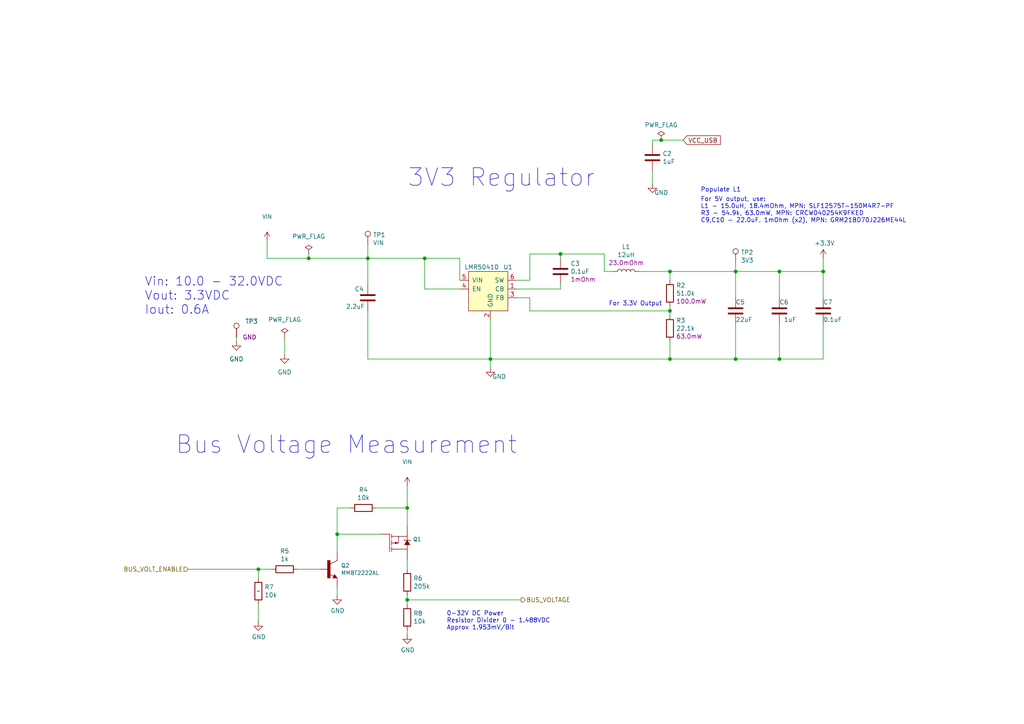
<source format=kicad_sch>
(kicad_sch (version 20211123) (generator eeschema)
  (paper "A4")
  (title_block (title "LCP Controller ") (date "2022-12-19") (rev "0.3") (company "NOAA Pacific Marine Environmental Laboratory") (comment 3 "Current design modified by: Basharat Basharat") (comment 4 "Current design by: Matt Casari"))
  (lib_symbols
    (symbol "Connector:TestPoint" (pin_numbers hide) (pin_names (offset 0.762) hide)
      (property "Reference" "TP" (at 0 6.858 0))
      (property "Value" "TestPoint" (at 0 5.08 0))
      (symbol "TestPoint_0_1"
        (circle (center 0 3.302) (radius 0.762))
      )
      (symbol "TestPoint_1_1"
        (pin passive line (at 0 0 90) (length 2.54) (name "1") (number "1"))
      )
    )
    (symbol "Device:C" (pin_numbers hide) (pin_names (offset 0.254))
      (property "Reference" "C" (at 0.635 2.54 0))
      (property "Value" "C" (at 0.635 -2.54 0))
      (symbol "C_0_1"
        (polyline (pts (xy -2.032 -0.762) (xy 2.032 -0.762)) (stroke (width 0.508)))
        (polyline (pts (xy -2.032 0.762) (xy 2.032 0.762)) (stroke (width 0.508)))
      )
      (symbol "C_1_1"
        (pin passive line (at 0 3.81 270) (length 2.794) (name "~") (number "1"))
        (pin passive line (at 0 -3.81 90) (length 2.794) (name "~") (number "2"))
      )
    )
    (symbol "Device:L" (pin_numbers hide) (pin_names (offset 1.016) hide)
      (property "Reference" "L" (at -1.27 0 90))
      (property "Value" "L" (at 1.905 0 90))
      (symbol "L_0_1"
        (arc (start 0 -2.54) (mid 0.635 -1.905) (end 0 -1.27))
        (arc (start 0 -1.27) (mid 0.635 -0.635) (end 0 0))
        (arc (start 0 0) (mid 0.635 0.635) (end 0 1.27))
        (arc (start 0 1.27) (mid 0.635 1.905) (end 0 2.54))
      )
      (symbol "L_1_1"
        (pin passive line (at 0 3.81 270) (length 1.27) (name "1") (number "1"))
        (pin passive line (at 0 -3.81 90) (length 1.27) (name "2") (number "2"))
      )
    )
    (symbol "Device:R" (pin_numbers hide) (pin_names (offset 0))
      (property "Reference" "R" (at 2.032 0 90))
      (property "Value" "R" (at 0 0 90))
      (symbol "R_0_1"
        (rectangle (start -1.016 -2.54) (end 1.016 2.54) (stroke (width 0.254)))
      )
      (symbol "R_1_1"
        (pin passive line (at 0 3.81 270) (length 1.27) (name "~") (number "1"))
        (pin passive line (at 0 -3.81 90) (length 1.27) (name "~") (number "2"))
      )
    )
    (symbol "PMEL_PowerICs:LMR50410" (pin_names (offset 1.016))
      (property "Reference" "U" (at 3.81 6.35 0))
      (property "Value" "LMR50410" (at -3.81 6.35 0))
      (symbol "LMR50410_0_0"
        (pin power_out line (at 7.62 0 180) (length 2.54) (name "CB") (number "1"))
        (pin power_in line (at 0 -8.89 90) (length 2.54) (name "GND") (number "2"))
        (pin passive line (at 7.62 -2.54 180) (length 2.54) (name "FB") (number "3"))
        (pin input line (at -8.89 0 0) (length 2.54) (name "EN") (number "4"))
        (pin power_in line (at -8.89 2.54 0) (length 2.54) (name "VIN") (number "5"))
        (pin power_out line (at 7.62 2.54 180) (length 2.54) (name "SW") (number "6"))
      )
      (symbol "LMR50410_0_1"
        (rectangle (start -6.35 5.08) (end 5.08 -6.35) (fill (type background)))
      )
    )
    (symbol "SparkFun-DiscreteSemi:MOSFET_PCH-DMG2307L" (pin_numbers hide) (pin_names (offset 1.016) hide)
      (property "Reference" "Q" (at 3.81 3.81 0))
      (property "Value" "MOSFET_PCH-DMG2307L" (at 3.81 -5.08 0))
      (property "Field4" "TRANS-11308" (at 0 7.62 0))
      (symbol "MOSFET_PCH-DMG2307L_1_0"
        (polyline (pts (xy -2.54 -2.54) (xy -2.54 2.54)))
        (polyline (pts (xy -1.9812 -1.905) (xy -1.9812 -2.54)))
        (polyline (pts (xy -1.9812 -1.905) (xy 0 -1.905)))
        (polyline (pts (xy -1.9812 -1.2954) (xy -1.9812 -1.905)))
        (polyline (pts (xy -1.9812 0) (xy -1.9812 -0.8382)))
        (polyline (pts (xy -1.9812 0.6858) (xy -1.9812 0)))
        (polyline (pts (xy -1.9812 1.8034) (xy -1.9812 1.0922)))
        (polyline (pts (xy -1.9812 1.8034) (xy 2.54 1.8034)))
        (polyline (pts (xy -1.9812 2.54) (xy -1.9812 1.8034)))
        (polyline (pts (xy 0 -1.905) (xy 0 0)))
        (polyline (pts (xy 0 0) (xy -1.9812 0)))
        (polyline (pts (xy 1.778 -0.762) (xy 1.6002 -0.9398)))
        (polyline (pts (xy 1.778 -0.762) (xy 3.302 -0.762)))
        (polyline (pts (xy 2.54 -2.54) (xy 2.54 -1.905)))
        (polyline (pts (xy 2.54 -1.905) (xy 0 -1.905)))
        (polyline (pts (xy 2.54 -1.905) (xy 2.54 -0.7874)))
        (polyline (pts (xy 2.54 1.8034) (xy 2.54 0.5842)))
        (polyline (pts (xy 2.54 2.54) (xy 2.54 1.8034)))
        (polyline (pts (xy 3.4798 -0.5842) (xy 3.302 -0.762)))
      )
      (symbol "MOSFET_PCH-DMG2307L_1_1"
        (polyline (pts (xy -0.1778 0) (xy -0.9398 -0.254) (xy -0.9398 -0.254) (xy -0.9398 0.254) (xy -0.9398 0.254) (xy -0.1778 0)) (fill (type outline)))
        (polyline (pts (xy 3.302 0.508) (xy 2.54 -0.762) (xy 2.54 -0.762) (xy 1.778 0.508) (xy 1.778 0.508) (xy 3.302 0.508)) (fill (type outline)))
        (pin bidirectional line (at -5.08 -2.54 0) (length 2.54) (name "G") (number "1"))
        (pin bidirectional line (at 2.54 -5.08 90) (length 2.54) (name "S") (number "2"))
        (pin bidirectional line (at 2.54 5.08 270) (length 2.54) (name "D") (number "3"))
      )
    )
    (symbol "SparkFun-DiscreteSemi:TRANS_NPN-MMBT2222AL" (pin_numbers hide) (pin_names (offset 1.016) hide)
      (property "Reference" "Q" (at 3.81 3.81 0))
      (property "Value" "TRANS_NPN-MMBT2222AL" (at 3.81 -5.08 0))
      (property "Field4" "TRANS-08049" (at 0 7.62 0))
      (symbol "TRANS_NPN-MMBT2222AL_1_0"
        (polyline (pts (xy 1.524 -2.032) (xy 0.3048 -1.4224)))
        (polyline (pts (xy 2.54 2.54) (xy 0.508 1.524)))
      )
      (symbol "TRANS_NPN-MMBT2222AL_1_1"
        (rectangle (start -0.254 -2.54) (end 0.508 2.54) (fill (type outline)))
        (polyline (pts (xy 1.778 -1.524) (xy 2.54 -2.54) (xy 1.27 -2.54) (xy 1.778 -1.524)) (fill (type outline)))
        (pin passive line (at -2.54 0 0) (length 2.54) (name "B") (number "1"))
        (pin passive line (at 2.54 -5.08 90) (length 2.54) (name "E") (number "2"))
        (pin passive line (at 2.54 5.08 270) (length 2.54) (name "C") (number "3"))
      )
    )
    (symbol "SparkFun-PowerSymbols:VIN" (power) (pin_numbers hide) (pin_names (offset 1.016) hide)
      (property "Value" "VIN" (at -1.27 3.81 0))
      (property "Footprint" "XXX-00000" (at 0 7.62 0))
      (symbol "VIN_1_0"
        (polyline (pts (xy 0 0) (xy 0 2.54)))
        (polyline (pts (xy 0 2.54) (xy -0.762 1.27)))
        (polyline (pts (xy 0.762 1.27) (xy 0 2.54)))
      )
      (symbol "VIN_1_1"
        (pin power_in line (at 0 0 90) (length 0) hide (name "VIN") (number "~"))
      )
    )
    (symbol "power:+3.3V" (power) (pin_names (offset 0))
      (property "Value" "+3.3V" (at 0 3.556 0))
      (symbol "+3.3V_0_1"
        (polyline (pts (xy -0.762 1.27) (xy 0 2.54)))
        (polyline (pts (xy 0 0) (xy 0 2.54)))
        (polyline (pts (xy 0 2.54) (xy 0.762 1.27)))
      )
      (symbol "+3.3V_1_1"
        (pin power_in line (at 0 0 90) (length 0) hide (name "+3.3V") (number "1"))
      )
    )
    (symbol "power:GND" (power) (pin_names (offset 0))
      (property "Value" "GND" (at 0 -3.81 0))
      (symbol "GND_0_1"
        (polyline (pts (xy 0 0) (xy 0 -1.27) (xy 1.27 -1.27) (xy 0 -2.54) (xy -1.27 -1.27) (xy 0 -1.27)))
      )
      (symbol "GND_1_1"
        (pin power_in line (at 0 0 270) (length 0) hide (name "GND") (number "1"))
      )
    )
    (symbol "power:PWR_FLAG" (power) (pin_numbers hide) (pin_names (offset 0) hide)
      (property "Value" "PWR_FLAG" (at 0 3.81 0))
      (symbol "PWR_FLAG_0_0"
        (pin power_out line (at 0 0 90) (length 0) (name "pwr") (number "1"))
      )
      (symbol "PWR_FLAG_0_1"
        (polyline (pts (xy 0 0) (xy 0 1.27) (xy -1.016 1.905) (xy 0 2.54) (xy 1.016 1.905) (xy 0 1.27)))
      )
    )
  )
  (junction (at 142.24 104.14))
  (junction (at 97.79 154.94))
  (junction (at 213.36 104.14))
  (junction (at 226.06 104.14))
  (junction (at 238.76 78.74))
  (junction (at 118.11 147.32))
  (junction (at 194.31 78.74))
  (junction (at 89.535 74.93))
  (junction (at 123.19 74.93))
  (junction (at 118.11 173.99))
  (junction (at 74.93 165.1))
  (junction (at 162.56 73.66))
  (junction (at 226.06 78.74))
  (junction (at 191.77 40.64))
  (junction (at 106.68 74.93))
  (junction (at 194.31 90.17))
  (junction (at 213.36 78.74))
  (junction (at 194.31 104.14))
  (wire (pts (xy 142.24 104.14) (xy 142.24 106.68)))
  (wire (pts (xy 238.76 78.74) (xy 238.76 86.36)))
  (wire (pts (xy 118.11 173.99) (xy 151.13 173.99)))
  (wire (pts (xy 238.76 93.98) (xy 238.76 104.14)))
  (wire (pts (xy 175.26 73.66) (xy 175.26 78.74)))
  (wire (pts (xy 74.93 167.64) (xy 74.93 165.1)))
  (wire (pts (xy 213.36 76.2) (xy 213.36 78.74)))
  (wire (pts (xy 226.06 78.74) (xy 226.06 86.36)))
  (wire (pts (xy 194.31 90.17) (xy 194.31 88.9)))
  (wire (pts (xy 238.76 74.93) (xy 238.76 78.74)))
  (wire (pts (xy 226.06 104.14) (xy 226.06 93.98)))
  (wire (pts (xy 118.11 162.56) (xy 118.11 165.1)))
  (wire (pts (xy 106.68 71.12) (xy 106.68 74.93)))
  (wire (pts (xy 162.56 83.82) (xy 162.56 82.55)))
  (wire (pts (xy 175.26 78.74) (xy 177.8 78.74)))
  (wire (pts (xy 89.535 73.66) (xy 89.535 74.93)))
  (wire (pts (xy 213.36 78.74) (xy 226.06 78.74)))
  (wire (pts (xy 153.67 86.36) (xy 153.67 90.17)))
  (wire (pts (xy 89.535 74.93) (xy 106.68 74.93)))
  (wire (pts (xy 213.36 104.14) (xy 226.06 104.14)))
  (wire (pts (xy 54.61 165.1) (xy 74.93 165.1)))
  (wire (pts (xy 153.67 73.66) (xy 162.56 73.66)))
  (wire (pts (xy 97.79 147.32) (xy 97.79 154.94)))
  (wire (pts (xy 162.56 73.66) (xy 175.26 73.66)))
  (wire (pts (xy 213.36 78.74) (xy 213.36 86.36)))
  (wire (pts (xy 194.31 78.74) (xy 194.31 81.28)))
  (wire (pts (xy 118.11 140.97) (xy 118.11 147.32)))
  (wire (pts (xy 97.79 160.02) (xy 97.79 154.94)))
  (wire (pts (xy 189.23 40.64) (xy 191.77 40.64)))
  (wire (pts (xy 74.93 165.1) (xy 78.74 165.1)))
  (wire (pts (xy 153.67 90.17) (xy 194.31 90.17)))
  (wire (pts (xy 226.06 78.74) (xy 238.76 78.74)))
  (wire (pts (xy 118.11 184.15) (xy 118.11 182.88)))
  (wire (pts (xy 189.23 53.34) (xy 189.23 49.53)))
  (wire (pts (xy 106.68 104.14) (xy 142.24 104.14)))
  (wire (pts (xy 118.11 172.72) (xy 118.11 173.99)))
  (wire (pts (xy 149.86 81.28) (xy 153.67 81.28)))
  (wire (pts (xy 118.11 147.32) (xy 118.11 152.4)))
  (wire (pts (xy 194.31 78.74) (xy 213.36 78.74)))
  (wire (pts (xy 82.55 97.79) (xy 82.55 102.87)))
  (wire (pts (xy 226.06 104.14) (xy 238.76 104.14)))
  (wire (pts (xy 97.79 172.72) (xy 97.79 170.18)))
  (wire (pts (xy 133.35 74.93) (xy 133.35 81.28)))
  (wire (pts (xy 162.56 73.66) (xy 162.56 74.93)))
  (wire (pts (xy 97.79 154.94) (xy 110.49 154.94)))
  (wire (pts (xy 189.23 41.91) (xy 189.23 40.64)))
  (wire (pts (xy 194.31 104.14) (xy 194.31 99.06)))
  (wire (pts (xy 194.31 104.14) (xy 213.36 104.14)))
  (wire (pts (xy 123.19 83.82) (xy 133.35 83.82)))
  (wire (pts (xy 194.31 91.44) (xy 194.31 90.17)))
  (wire (pts (xy 106.68 74.93) (xy 123.19 74.93)))
  (wire (pts (xy 106.68 90.17) (xy 106.68 104.14)))
  (wire (pts (xy 142.24 104.14) (xy 194.31 104.14)))
  (wire (pts (xy 106.68 74.93) (xy 106.68 82.55)))
  (wire (pts (xy 86.36 165.1) (xy 92.71 165.1)))
  (wire (pts (xy 142.24 92.71) (xy 142.24 104.14)))
  (wire (pts (xy 68.58 97.79) (xy 68.58 99.06)))
  (wire (pts (xy 123.19 74.93) (xy 123.19 83.82)))
  (wire (pts (xy 123.19 74.93) (xy 133.35 74.93)))
  (wire (pts (xy 109.22 147.32) (xy 118.11 147.32)))
  (wire (pts (xy 185.42 78.74) (xy 194.31 78.74)))
  (wire (pts (xy 191.77 40.64) (xy 198.12 40.64)))
  (wire (pts (xy 74.93 180.34) (xy 74.93 175.26)))
  (wire (pts (xy 101.6 147.32) (xy 97.79 147.32)))
  (wire (pts (xy 153.67 81.28) (xy 153.67 73.66)))
  (wire (pts (xy 149.86 86.36) (xy 153.67 86.36)))
  (wire (pts (xy 118.11 173.99) (xy 118.11 175.26)))
  (wire (pts (xy 213.36 104.14) (xy 213.36 93.98)))
  (wire (pts (xy 77.47 74.93) (xy 89.535 74.93)))
  (wire (pts (xy 77.47 69.85) (xy 77.47 74.93)))
  (wire (pts (xy 149.86 83.82) (xy 162.56 83.82)))
  (text "For 3.3V Output" (at 176.53 88.9 0) (effects (font (size 1.27 1.27)) (justify left bottom)))
  (text "Bus Voltage Measurement" (at 50.8 132.08 0) (effects (font (size 5.08 5.08)) (justify left bottom)))
  (text "Populate L1" (at 203.2 55.88 0) (effects (font (size 1.27 1.27)) (justify left bottom)))
  (text "Vin: 10.0 - 32.0VDC\nVout: 3.3VDC\nIout: 0.6A" (at 41.91 91.44 0) (effects (font (size 2.54 2.54)) (justify left bottom)))
  (text "0-32V DC Power\nResistor Divider 0 - 1.488VDC\nApprox 1.953mV/Bit" (at 129.54 182.88 0) (effects (font (size 1.27 1.27)) (justify left bottom)))
  (text "3V3 Regulator" (at 118.11 54.61 0) (effects (font (size 5.08 5.08)) (justify left bottom)))
  (text "For 5V output, use:\nL1 - 15.0uH, 18.4mOhm, MPN: SLF12575T-150M4R7-PF\nR3 - 54.9k, 63.0mW, MPN: CRCW040254K9FKED\nC9,C10 - 22.0uF, 1mOhm (x2), MPN: GRM21BD70J226ME44L" (at 203.2 64.77 0) (effects (font (size 1.27 1.27)) (justify left bottom)))
  (global_label "VCC_USB" (shape input) (at 198.12 40.64 0) (property "Intersheet References" "${INTERSHEET_REFS}" (effects hide)))
  (hierarchical_label "BUS_VOLTAGE" (shape output) (at 151.13 173.99 0))
  (hierarchical_label "BUS_VOLT_ENABLE" (shape input) (at 54.61 165.1 180))
  (symbol (lib_id "power:PWR_FLAG") (at 191.77 40.64 0) (unit 1)
    (property "Reference" "#FLG01" (effects hide))
    (property "Value" "PWR_FLAG" (at 191.77 36.2458 0))
  )
  (symbol (lib_id "SparkFun-PowerSymbols:VIN") (at 118.11 140.97 0) (unit 1)
    (property "Reference" "#SUPPLY03" (effects hide))
    (property "Value" "VIN" (at 118.11 133.9596 0) (effects (font (size 1.143 1.143))))
    (property "Footprint" "XXX-00000" (effects hide))
  )
  (symbol (lib_id "Device:R") (at 82.55 165.1 270) (unit 1)
    (property "Reference" "R5" (at 82.55 159.8422 90))
    (property "Value" "1k" (at 82.55 162.1536 90))
    (property "Footprint" "Resistor_SMD:R_0805_2012Metric" (effects hide))
    (property "MPN" "RC0805JR-071KL" (effects hide))
  )
  (symbol (lib_id "Device:R") (at 74.93 171.45 180) (unit 1)
    (property "Reference" "R7" (at 76.708 170.2816 0) (effects (justify right)))
    (property "Value" "10k" (at 76.708 172.593 0) (effects (justify right)))
    (property "Footprint" "Resistor_SMD:R_0805_2012Metric" (effects hide))
    (property "Datasheet" "~" (at 74.93 171.45 0))
    (property "MPN" "ERA-6AEB103V" (effects hide))
  )
  (symbol (lib_id "Device:R") (at 105.41 147.32 270) (unit 1)
    (property "Reference" "R4" (at 105.41 142.0622 90))
    (property "Value" "10k" (at 105.41 144.3736 90))
    (property "Footprint" "Resistor_SMD:R_0805_2012Metric" (effects hide))
    (property "MPN" "ERA-6AEB103V" (effects hide))
  )
  (symbol (lib_id "Device:R") (at 118.11 179.07 0) (unit 1)
    (property "Reference" "R8" (at 119.888 177.9016 0) (effects (justify left)))
    (property "Value" "10k" (at 119.888 180.213 0) (effects (justify left)))
    (property "Footprint" "Resistor_SMD:R_0805_2012Metric" (effects hide))
    (property "MPN" "ERA-6AEB103V" (effects hide))
  )
  (symbol (lib_id "Device:R") (at 118.11 168.91 180) (unit 1)
    (property "Reference" "R6" (at 119.888 167.7416 0) (effects (justify right)))
    (property "Value" "205k" (at 119.888 170.053 0) (effects (justify right)))
    (property "Footprint" "Resistor_SMD:R_0805_2012Metric" (effects hide))
    (property "MPN" "	RR1220P-2053-D-M" (effects hide))
  )
  (symbol (lib_id "SparkFun-DiscreteSemi:MOSFET_PCH-DMG2307L") (at 115.57 157.48 0) (mirror x) (unit 1)
    (property "Reference" "Q1" (at 119.761 156.4132 0) (effects (font (size 1.143 1.143)) (justify left)))
    (property "Value" "TSM500P02CX RFG " (effects hide))
    (property "Footprint" "Package_TO_SOT_SMD:SOT-23" (effects hide))
    (property "Datasheet" "https://www.mouser.com/datasheet/2/395/TSM500P02CX_B1811-1918968.pdf" (effects hide))
    (property "MPN" "TSM500P02CX RFG " (effects hide))
    (property "Field4" "TRANS-11308" (effects hide))
  )
  (symbol (lib_id "SparkFun-DiscreteSemi:TRANS_NPN-MMBT2222AL") (at 95.25 165.1 0) (unit 1)
    (property "Reference" "Q2" (at 98.9076 164.0332 0) (effects (font (size 1.143 1.143)) (justify left)))
    (property "Value" "MMBT2222AL" (at 98.9076 166.1668 0) (effects (font (size 1.143 1.143)) (justify left)))
    (property "Footprint" "Package_TO_SOT_SMD:SOT-23" (effects hide))
    (property "Datasheet" "https://www.onsemi.com/pdf/datasheet/mmbt2222lt1-d.pdf" (effects hide))
    (property "MPN" "MMBT2222ALT3G" (effects hide))
    (property "Field4" "TRANS-08049" (effects hide))
  )
  (symbol (lib_id "power:GND") (at 74.93 180.34 0) (unit 1)
    (property "Reference" "#PWR013" (effects hide))
    (property "Value" "GND" (at 75.057 184.7342 0))
  )
  (symbol (lib_id "power:GND") (at 118.11 184.15 0) (unit 1)
    (property "Reference" "#PWR014" (effects hide))
    (property "Value" "GND" (at 118.237 188.5442 0))
  )
  (symbol (lib_id "power:GND") (at 97.79 172.72 0) (unit 1)
    (property "Reference" "#PWR012" (effects hide))
    (property "Value" "GND" (at 97.917 177.1142 0))
  )
  (symbol (lib_id "Connector:TestPoint") (at 213.36 76.2 0) (unit 1)
    (property "Reference" "TP2" (at 214.8332 73.2028 0) (effects (justify left)))
    (property "Value" "3V3" (at 214.8332 75.5142 0) (effects (justify left)))
    (property "Footprint" "TestPoint:TestPoint_Keystone_5000-5004_Miniature" (effects hide))
    (property "TestPoint" "3V3" (effects hide))
  )
  (symbol (lib_id "PMEL_PowerICs:LMR50410") (at 142.24 83.82 0) (unit 1)
    (property "Reference" "U1" (at 147.32 77.47 0))
    (property "Value" "LMR50410" (at 139.7 77.47 0))
    (property "Footprint" "Package_TO_SOT_SMD:SOT-23-6_Handsoldering" (effects hide))
    (property "Datasheet" "https://www.ti.com/lit/ds/symlink/lmr50410.pdf?ts=1591402847494&ref_url=https://www.ti.com/product/LMR50410" (effects hide))
    (property "MPN" "LMR50410XDBVR" (effects hide))
  )
  (symbol (lib_id "Connector:TestPoint") (at 106.68 71.12 0) (unit 1)
    (property "Reference" "TP1" (at 108.1532 68.1228 0) (effects (justify left)))
    (property "Value" "VIN" (at 108.1532 70.4342 0) (effects (justify left)))
    (property "Footprint" "TestPoint:TestPoint_Keystone_5000-5004_Miniature" (effects hide))
    (property "TestPoint" "VIN" (effects hide))
  )
  (symbol (lib_id "SparkFun-PowerSymbols:VIN") (at 77.47 69.85 0) (unit 1)
    (property "Reference" "#SUPPLY02" (effects hide))
    (property "Value" "VIN" (at 77.47 62.8396 0) (effects (font (size 1.143 1.143))))
    (property "Footprint" "XXX-00000" (effects hide))
  )
  (symbol (lib_id "power:GND") (at 142.24 106.68 0) (unit 1)
    (property "Reference" "#PWR011" (effects hide))
    (property "Value" "GND" (at 144.78 109.22 0))
  )
  (symbol (lib_id "Device:C") (at 106.68 86.36 0) (unit 1)
    (property "Reference" "C4" (at 102.87 83.82 0) (effects (justify left)))
    (property "Value" "2.2uF" (at 100.33 88.9 0) (effects (justify left)))
    (property "Footprint" "Capacitor_SMD:C_0603_1608Metric" (effects hide))
    (property "ESR" "5.22mOhm" (effects hide))
    (property "MPN" "C1608X5R1H105K080AB" (effects hide))
  )
  (symbol (lib_id "Device:C") (at 162.56 78.74 0) (unit 1)
    (property "Reference" "C3" (at 165.481 76.4286 0) (effects (justify left)))
    (property "Value" "0.1uF" (at 165.481 78.74 0) (effects (justify left)))
    (property "Footprint" "Capacitor_SMD:C_0402_1005Metric" (effects hide))
    (property "ESR" "1mOhm" (at 165.481 81.0514 0) (effects (justify left)))
    (property "MPN" "GCM155R71C104KA55D" (effects hide))
  )
  (symbol (lib_id "Device:L") (at 181.61 78.74 90) (unit 1)
    (property "Reference" "L1" (at 181.61 71.6026 90))
    (property "Value" "12uH" (at 181.61 73.914 90))
    (property "Footprint" "Inductor_SMD:L_Bourns_SRR1260" (effects hide))
    (property "ESR" "23.0mOhm" (at 181.61 76.2254 90))
    (property "MPN" "SRR1260-120M" (effects hide))
  )
  (symbol (lib_id "Device:R") (at 194.31 85.09 0) (unit 1)
    (property "Reference" "R2" (at 196.088 82.7786 0) (effects (justify left)))
    (property "Value" "51.0k" (at 196.088 85.09 0) (effects (justify left)))
    (property "Footprint" "Resistor_SMD:R_0603_1608Metric" (effects hide))
    (property "PR" "100.0mW" (at 196.088 87.4014 0) (effects (justify left)))
    (property "MPN" "RC0603FR-0751KL" (effects hide))
  )
  (symbol (lib_id "Device:R") (at 194.31 95.25 0) (unit 1)
    (property "Reference" "R3" (at 196.088 92.9386 0) (effects (justify left)))
    (property "Value" "22.1k" (at 196.088 95.25 0) (effects (justify left)))
    (property "Footprint" "Resistor_SMD:R_0402_1005Metric" (effects hide))
    (property "PR" "63.0mW" (at 196.088 97.5614 0) (effects (justify left)))
    (property "MPN" "CRCW040222K1FKED" (effects hide))
  )
  (symbol (lib_id "Device:C") (at 213.36 90.17 0) (unit 1)
    (property "Reference" "C5" (at 213.36 87.63 0) (effects (justify left)))
    (property "Value" "22uF" (at 213.36 92.71 0) (effects (justify left)))
    (property "Footprint" "Capacitor_SMD:C_0805_2012Metric" (effects hide))
    (property "ESR" "1mOhm" (effects hide))
    (property "MPN" "CM21X7T226M06AT" (effects hide))
  )
  (symbol (lib_id "power:+3.3V") (at 238.76 74.93 0) (unit 1)
    (property "Reference" "#PWR08" (effects hide))
    (property "Value" "+3.3V" (at 239.141 70.5358 0))
  )
  (symbol (lib_id "Device:C") (at 226.06 90.17 0) (unit 1)
    (property "Reference" "C6" (at 226.06 87.63 0) (effects (justify left)))
    (property "Value" "1uF" (at 227.33 92.71 0) (effects (justify left)))
    (property "Footprint" "Capacitor_SMD:C_0805_2012Metric" (effects hide))
    (property "ESR" "1mOhm" (effects hide))
    (property "MPN" "CM21X7T226M06AT" (effects hide))
  )
  (symbol (lib_id "Device:C") (at 189.23 45.72 0) (unit 1)
    (property "Reference" "C2" (at 192.151 44.5516 0) (effects (justify left)))
    (property "Value" "1uF" (at 192.151 46.863 0) (effects (justify left)))
    (property "Footprint" "Capacitor_SMD:C_0805_2012Metric" (effects hide))
    (property "MPN" "CL21B105KOFNNNG" (effects hide))
  )
  (symbol (lib_id "power:GND") (at 189.23 53.34 0) (unit 1)
    (property "Reference" "#PWR07" (effects hide))
    (property "Value" "GND" (at 191.77 55.88 0))
  )
  (symbol (lib_id "power:GND") (at 82.55 102.87 0) (unit 1)
    (property "Reference" "#PWR010" (effects hide))
    (property "Value" "GND" (at 82.55 107.95 0))
  )
  (symbol (lib_id "power:GND") (at 68.58 99.06 0) (unit 1)
    (property "Reference" "#PWR09" (effects hide))
    (property "Value" "GND" (at 68.58 104.14 0))
  )
  (symbol (lib_id "Device:C") (at 238.76 90.17 0) (unit 1)
    (property "Reference" "C7" (at 238.76 87.63 0) (effects (justify left)))
    (property "Value" "0.1uF" (at 238.76 92.71 0) (effects (justify left)))
    (property "Footprint" "Capacitor_SMD:C_0805_2012Metric" (effects hide))
    (property "ESR" "1mOhm" (effects hide))
    (property "MPN" "CM21X7T226M06AT" (effects hide))
  )
  (symbol (lib_id "power:PWR_FLAG") (at 82.55 97.79 0) (unit 1)
    (property "Reference" "#FLG03" (effects hide))
    (property "Value" "PWR_FLAG" (at 82.55 92.71 0))
  )
  (symbol (lib_id "Connector:TestPoint") (at 68.58 97.79 0) (unit 1)
    (property "Reference" "TP3" (at 71.12 93.2179 0) (effects (justify left)))
    (property "Value" "GND" (effects hide))
    (property "Footprint" "TestPoint:TestPoint_Keystone_5000-5004_Miniature" (effects hide))
    (property "TestPoint" "GND" (at 72.39 97.79 0))
  )
  (symbol (lib_id "power:PWR_FLAG") (at 89.535 73.66 0) (unit 1)
    (property "Reference" "#FLG02" (effects hide))
    (property "Value" "PWR_FLAG" (at 89.535 68.58 0))
  )
)
</source>
